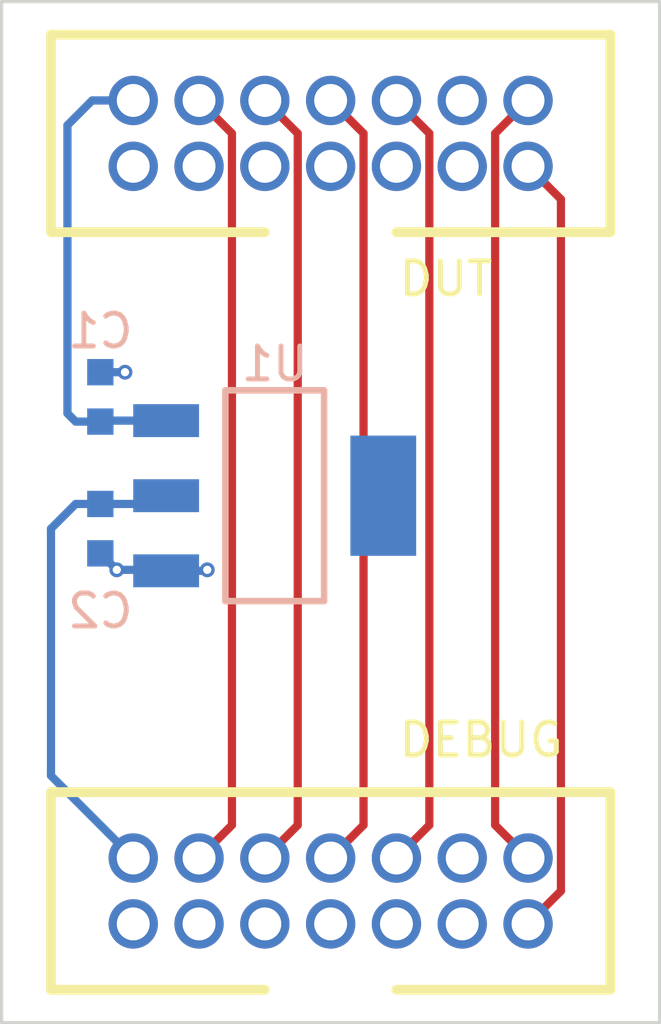
<source format=kicad_pcb>
(kicad_pcb (version 20240108) (generator "pcbnew") (generator_version "8.0")
  (layers (0 "F.Cu" signal) (1 "In1.Cu" signal) (2 "In2.Cu" signal) (31 "B.Cu" signal) (34 "B.Paste" user) (35 "F.Paste" user) (36 "B.SilkS" user "B.Silkscreen") (37 "F.SilkS" user "F.Silkscreen") (38 "B.Mask" user) (39 "F.Mask" user) (44 "Edge.Cuts" user))
  (net 0 "")
  (net 1 "/GND")
  (net 2 "/3V3")
  (net 3 "/1V8")
  (net 4 "/TCK")
  (net 5 "/TMS")
  (net 7 "/HALT")
  (net 8 "/TDO")
  (net 10 "/PGND")
  (net 11 "/TDI")
  (footprint "azonenberg_pcb:XILINX_JTAG_PTH_MOLEX_0878311420" (layer "F.Cu") (at 96 71)
    (property "Reference" "J2" (hide yes))
    (property "Value" "XILINX_JTAG" (hide yes))
    (fp_line (start -8.5 -3) (end -8.5 3) (stroke (width 0.3)) (layer "F.SilkS"))
    (fp_line (start -2 3) (end -8.5 3) (stroke (width 0.3)) (layer "F.SilkS"))
    (fp_line (start 8.5 -3) (end -8.5 -3) (stroke (width 0.3)) (layer "F.SilkS"))
    (fp_line (start 8.5 -3) (end 8.5 3) (stroke (width 0.3)) (layer "F.SilkS"))
    (fp_line (start 8.5 3) (end 2 3) (stroke (width 0.3)) (layer "F.SilkS"))
    (pad "1" thru_hole circle (at -6 1) (size 1.5 1.5) (drill 1) (layers "*.Cu" "*.Mask" "F.Paste"))
    (pad "2" thru_hole circle (at -6 -1) (size 1.5 1.5) (drill 1) (layers "*.Cu" "*.Mask" "F.Paste") (net 3 "/1V8"))
    (pad "3" thru_hole circle (at -4 1) (size 1.5 1.5) (drill 1) (layers "*.Cu" "*.Mask" "F.Paste") (net 1 "/GND"))
    (pad "4" thru_hole circle (at -4 -1) (size 1.5 1.5) (drill 1) (layers "*.Cu" "*.Mask" "F.Paste") (net 5 "/TMS"))
    (pad "5" thru_hole circle (at -2 1) (size 1.5 1.5) (drill 1) (layers "*.Cu" "*.Mask" "F.Paste") (net 1 "/GND"))
    (pad "6" thru_hole circle (at -2 -1) (size 1.5 1.5) (drill 1) (layers "*.Cu" "*.Mask" "F.Paste") (net 4 "/TCK"))
    (pad "7" thru_hole circle (at 0 1) (size 1.5 1.5) (drill 1) (layers "*.Cu" "*.Mask" "F.Paste") (net 1 "/GND"))
    (pad "8" thru_hole circle (at 0 -1) (size 1.5 1.5) (drill 1) (layers "*.Cu" "*.Mask" "F.Paste") (net 8 "/TDO"))
    (pad "9" thru_hole circle (at 2 1) (size 1.5 1.5) (drill 1) (layers "*.Cu" "*.Mask" "F.Paste") (net 1 "/GND"))
    (pad "10" thru_hole circle (at 2 -1) (size 1.5 1.5) (drill 1) (layers "*.Cu" "*.Mask" "F.Paste") (net 11 "/TDI"))
    (pad "11" thru_hole circle (at 4 1) (size 1.5 1.5) (drill 1) (layers "*.Cu" "*.Mask" "F.Paste") (net 1 "/GND"))
    (pad "12" thru_hole circle (at 4 -1) (size 1.5 1.5) (drill 1) (layers "*.Cu" "*.Mask" "F.Paste"))
    (pad "13" thru_hole circle (at 6 1) (size 1.5 1.5) (drill 1) (layers "*.Cu" "*.Mask" "F.Paste") (net 10 "/PGND"))
    (pad "14" thru_hole circle (at 6 -1) (size 1.5 1.5) (drill 1) (layers "*.Cu" "*.Mask" "F.Paste") (net 7 "/HALT"))
  )
  (footprint "azonenberg_pcb:XILINX_JTAG_PTH_MOLEX_0878311420" (layer "F.Cu") (at 96 48)
    (property "Reference" "J1" (hide yes))
    (property "Value" "XILINX_JTAG_ICESIDE" (hide yes))
    (fp_line (start -8.5 -3) (end -8.5 3) (stroke (width 0.3)) (layer "F.SilkS"))
    (fp_line (start -2 3) (end -8.5 3) (stroke (width 0.3)) (layer "F.SilkS"))
    (fp_line (start 8.5 -3) (end -8.5 -3) (stroke (width 0.3)) (layer "F.SilkS"))
    (fp_line (start 8.5 -3) (end 8.5 3) (stroke (width 0.3)) (layer "F.SilkS"))
    (fp_line (start 8.5 3) (end 2 3) (stroke (width 0.3)) (layer "F.SilkS"))
    (pad "1" thru_hole circle (at -6 1) (size 1.5 1.5) (drill 1) (layers "*.Cu" "*.Mask" "F.Paste"))
    (pad "2" thru_hole circle (at -6 -1) (size 1.5 1.5) (drill 1) (layers "*.Cu" "*.Mask" "F.Paste") (net 2 "/3V3"))
    (pad "3" thru_hole circle (at -4 1) (size 1.5 1.5) (drill 1) (layers "*.Cu" "*.Mask" "F.Paste") (net 1 "/GND"))
    (pad "4" thru_hole circle (at -4 -1) (size 1.5 1.5) (drill 1) (layers "*.Cu" "*.Mask" "F.Paste") (net 5 "/TMS"))
    (pad "5" thru_hole circle (at -2 1) (size 1.5 1.5) (drill 1) (layers "*.Cu" "*.Mask" "F.Paste") (net 1 "/GND"))
    (pad "6" thru_hole circle (at -2 -1) (size 1.5 1.5) (drill 1) (layers "*.Cu" "*.Mask" "F.Paste") (net 4 "/TCK"))
    (pad "7" thru_hole circle (at 0 1) (size 1.5 1.5) (drill 1) (layers "*.Cu" "*.Mask" "F.Paste") (net 1 "/GND"))
    (pad "8" thru_hole circle (at 0 -1) (size 1.5 1.5) (drill 1) (layers "*.Cu" "*.Mask" "F.Paste") (net 8 "/TDO"))
    (pad "9" thru_hole circle (at 2 1) (size 1.5 1.5) (drill 1) (layers "*.Cu" "*.Mask" "F.Paste") (net 1 "/GND"))
    (pad "10" thru_hole circle (at 2 -1) (size 1.5 1.5) (drill 1) (layers "*.Cu" "*.Mask" "F.Paste") (net 11 "/TDI"))
    (pad "11" thru_hole circle (at 4 1) (size 1.5 1.5) (drill 1) (layers "*.Cu" "*.Mask" "F.Paste") (net 1 "/GND"))
    (pad "12" thru_hole circle (at 4 -1) (size 1.5 1.5) (drill 1) (layers "*.Cu" "*.Mask" "F.Paste"))
    (pad "13" thru_hole circle (at 6 1) (size 1.5 1.5) (drill 1) (layers "*.Cu" "*.Mask" "F.Paste") (net 10 "/PGND"))
    (pad "14" thru_hole circle (at 6 -1) (size 1.5 1.5) (drill 1) (layers "*.Cu" "*.Mask" "F.Paste") (net 7 "/HALT"))
  )
  (footprint "azonenberg_pcb:SOT223-4" (layer "B.Cu") (at 94.299999 59 90)
    (property "Reference" "U1" (at 4 0 360) (layer "B.SilkS") (effects (justify mirror)))
    (property "Value" "LDO1117-18" (hide yes))
    (fp_line (start 3.2 -1.5) (end -3.2 -1.5) (stroke (width 0.2)) (layer "B.SilkS"))
    (fp_line (start -3.2 -1.5) (end -3.2 1.5) (stroke (width 0.2)) (layer "B.SilkS"))
    (fp_line (start 3.2 1.5) (end 3.2 -1.5) (stroke (width 0.2)) (layer "B.SilkS"))
    (fp_line (start -3.2 1.5) (end 3.2 1.5) (stroke (width 0.2)) (layer "B.SilkS"))
    (pad "1" smd rect (at -2.28 -3.3 90) (size 1 2) (layers "B.Cu" "B.Paste" "B.Mask") (net 1 "/GND"))
    (pad "2" smd rect (at 0 -3.299999 90) (size 1 2) (layers "B.Cu" "B.Paste" "B.Mask") (net 3 "/1V8"))
    (pad "3" smd rect (at 2.28 -3.3 90) (size 1 2) (layers "B.Cu" "B.Paste" "B.Mask") (net 2 "/3V3"))
    (pad "4" smd rect (at 0 3.299999 90) (size 3.65 2) (layers "B.Cu" "B.Paste" "B.Mask"))
  )
  (footprint "azonenberg_pcb:EIA_0603_CAP_NOSILK" (layer "B.Cu") (at 89 56 90)
    (property "Reference" "C1" (at 2 0 0) (layer "B.SilkS") (effects (justify mirror)))
    (property "Value" "4.7 uF" (hide yes))
    (pad "1" smd rect (at -0.75 0 90) (size 0.8 0.8) (layers "B.Cu" "B.Paste" "B.Mask") (net 2 "/3V3"))
    (pad "2" smd rect (at 0.75 0 90) (size 0.8 0.8) (layers "B.Cu" "B.Paste" "B.Mask") (net 1 "/GND"))
  )
  (footprint "azonenberg_pcb:EIA_0603_CAP_NOSILK" (layer "B.Cu") (at 89 60 -90)
    (property "Reference" "C2" (at 2.5 0 180) (layer "B.SilkS") (effects (justify mirror)))
    (property "Value" "4.7 uF" (hide yes))
    (pad "1" smd rect (at -0.75 0 270) (size 0.8 0.8) (layers "B.Cu" "B.Paste" "B.Mask") (net 3 "/1V8"))
    (pad "2" smd rect (at 0.75 0 270) (size 0.8 0.8) (layers "B.Cu" "B.Paste" "B.Mask") (net 1 "/GND"))
  )
  (gr_line (start 86 44) (end 86 75) (stroke (width 0.1)) (layer "Edge.Cuts"))
  (gr_line (start 106 44) (end 86 44) (stroke (width 0.1)) (layer "Edge.Cuts"))
  (gr_line (start 86 75) (end 106 75) (stroke (width 0.1)) (layer "Edge.Cuts"))
  (gr_line (start 106 75) (end 106 44) (stroke (width 0.1)) (layer "Edge.Cuts"))
  (gr_text "DUT" (at 98 53 0) (layer "F.SilkS") (effects (font (size 1 1)) (justify left bottom)))
  (gr_text "DEBUG" (at 98 67 0) (layer "F.SilkS") (effects (font (size 1 1)) (justify left bottom)))
  (via (at 89.75 55.25) (size 0.45) (drill 0.25) (layers "F.Cu" "B.Cu") (net 1))
  (via (at 92.25 61.25) (size 0.45) (drill 0.25) (layers "F.Cu" "B.Cu") (net 1))
  (via (at 89.5 61.25) (size 0.45) (drill 0.25) (layers "F.Cu" "B.Cu") (net 1))
  (segment (start 90.999999 61.28) (end 92.22 61.28) (width 0.25) (layer "B.Cu") (net 1))
  (segment (start 89.5 61.25) (end 90.969999 61.25) (width 0.25) (layer "B.Cu") (net 1))
  (segment (start 89 60.75) (end 89.5 61.25) (width 0.25) (layer "B.Cu") (net 1))
  (segment (start 90.969999 61.25) (end 90.999999 61.28) (width 0.25) (layer "B.Cu") (net 1))
  (segment (start 89 55.25) (end 89.75 55.25) (width 0.25) (layer "B.Cu") (net 1))
  (segment (start 92.22 61.28) (end 92.25 61.25) (width 0.25) (layer "B.Cu") (net 1))
  (segment (start 88.75 47) (end 88 47.75) (width 0.25) (layer "B.Cu") (net 2))
  (segment (start 89.03 56.72) (end 89 56.75) (width 0.25) (layer "B.Cu") (net 2))
  (segment (start 88 56.5) (end 88.25 56.75) (width 0.25) (layer "B.Cu") (net 2))
  (segment (start 90 47) (end 88.75 47) (width 0.25) (layer "B.Cu") (net 2))
  (segment (start 90.999999 56.72) (end 89.03 56.72) (width 0.25) (layer "B.Cu") (net 2))
  (segment (start 88.25 56.75) (end 89 56.75) (width 0.25) (layer "B.Cu") (net 2))
  (segment (start 88 47.75) (end 88 56.5) (width 0.25) (layer "B.Cu") (net 2))
  (segment (start 87.5 67.5) (end 90 70) (width 0.25) (layer "B.Cu") (net 3))
  (segment (start 88.25 59.25) (end 87.5 60) (width 0.25) (layer "B.Cu") (net 3))
  (segment (start 89 59.25) (end 88.25 59.25) (width 0.25) (layer "B.Cu") (net 3))
  (segment (start 90.75 59.25) (end 91 59) (width 0.25) (layer "B.Cu") (net 3))
  (segment (start 89 59.25) (end 90.75 59.25) (width 0.25) (layer "B.Cu") (net 3))
  (segment (start 87.5 60) (end 87.5 67.5) (width 0.25) (layer "B.Cu") (net 3))
  (segment (start 95 48) (end 95 69) (width 0.25) (layer "F.Cu") (net 4))
  (segment (start 95 69) (end 94 70) (width 0.25) (layer "F.Cu") (net 4))
  (segment (start 94 47) (end 95 48) (width 0.25) (layer "F.Cu") (net 4))
  (segment (start 93 69) (end 92 70) (width 0.25) (layer "F.Cu") (net 5))
  (segment (start 92 47) (end 93 48) (width 0.25) (layer "F.Cu") (net 5))
  (segment (start 93 48) (end 93 69) (width 0.25) (layer "F.Cu") (net 5))
  (segment (start 101 48) (end 101 69) (width 0.25) (layer "F.Cu") (net 7))
  (segment (start 101 69) (end 102 70) (width 0.25) (layer "F.Cu") (net 7))
  (segment (start 102 47) (end 101 48) (width 0.25) (layer "F.Cu") (net 7))
  (segment (start 97 69) (end 96 70) (width 0.25) (layer "F.Cu") (net 8))
  (segment (start 96 47) (end 97 48) (width 0.25) (layer "F.Cu") (net 8))
  (segment (start 97 48) (end 97 69) (width 0.25) (layer "F.Cu") (net 8))
  (segment (start 103 71) (end 102 72) (width 0.25) (layer "F.Cu") (net 10))
  (segment (start 103 50) (end 103 71) (width 0.25) (layer "F.Cu") (net 10))
  (segment (start 102 49) (end 103 50) (width 0.25) (layer "F.Cu") (net 10))
  (segment (start 99 48) (end 99 69) (width 0.25) (layer "F.Cu") (net 11))
  (segment (start 98 47) (end 99 48) (width 0.25) (layer "F.Cu") (net 11))
  (segment (start 99 69) (end 98 70) (width 0.25) (layer "F.Cu") (net 11))
)
</source>
